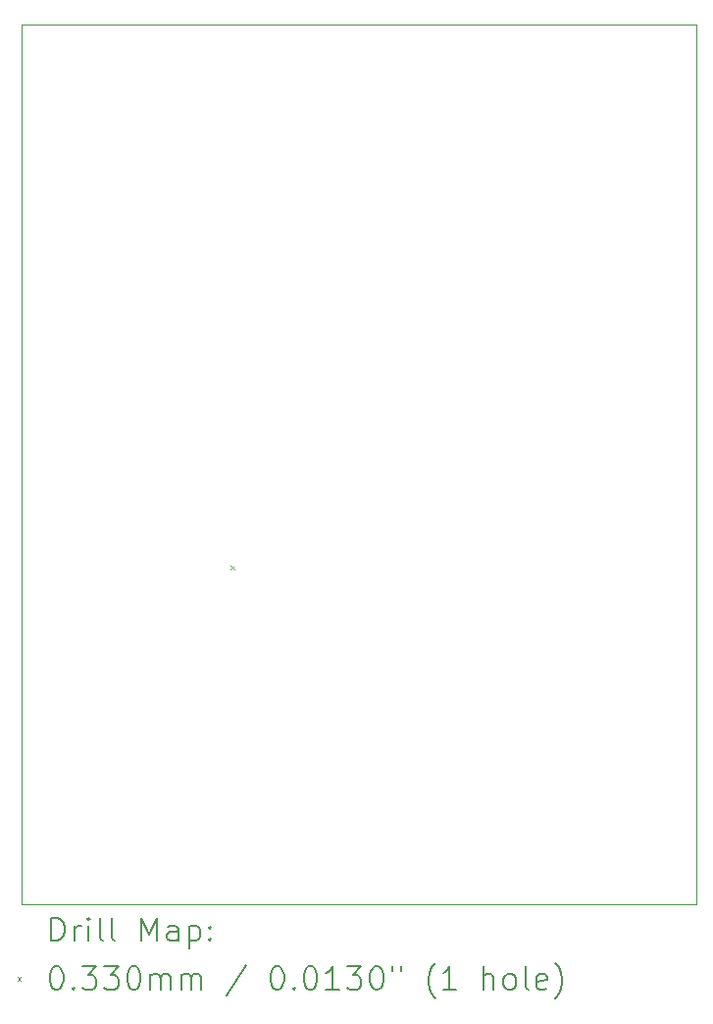
<source format=gbr>
%TF.GenerationSoftware,KiCad,Pcbnew,7.0.7*%
%TF.CreationDate,2024-02-09T14:24:37-05:00*%
%TF.ProjectId,control-module-pcb,636f6e74-726f-46c2-9d6d-6f64756c652d,rev?*%
%TF.SameCoordinates,Original*%
%TF.FileFunction,Drillmap*%
%TF.FilePolarity,Positive*%
%FSLAX45Y45*%
G04 Gerber Fmt 4.5, Leading zero omitted, Abs format (unit mm)*
G04 Created by KiCad (PCBNEW 7.0.7) date 2024-02-09 14:24:37*
%MOMM*%
%LPD*%
G01*
G04 APERTURE LIST*
%ADD10C,0.038100*%
%ADD11C,0.200000*%
%ADD12C,0.033020*%
G04 APERTURE END LIST*
D10*
X14200000Y-5600000D02*
X20025000Y-5600000D01*
X20025000Y-13190000D01*
X14200000Y-13190000D01*
X14200000Y-5600000D01*
D11*
D12*
X16008490Y-10269020D02*
X16041510Y-10302040D01*
X16041510Y-10269020D02*
X16008490Y-10302040D01*
D11*
X14458872Y-13503389D02*
X14458872Y-13303389D01*
X14458872Y-13303389D02*
X14506491Y-13303389D01*
X14506491Y-13303389D02*
X14535062Y-13312913D01*
X14535062Y-13312913D02*
X14554110Y-13331960D01*
X14554110Y-13331960D02*
X14563634Y-13351008D01*
X14563634Y-13351008D02*
X14573157Y-13389103D01*
X14573157Y-13389103D02*
X14573157Y-13417674D01*
X14573157Y-13417674D02*
X14563634Y-13455770D01*
X14563634Y-13455770D02*
X14554110Y-13474817D01*
X14554110Y-13474817D02*
X14535062Y-13493865D01*
X14535062Y-13493865D02*
X14506491Y-13503389D01*
X14506491Y-13503389D02*
X14458872Y-13503389D01*
X14658872Y-13503389D02*
X14658872Y-13370055D01*
X14658872Y-13408151D02*
X14668396Y-13389103D01*
X14668396Y-13389103D02*
X14677919Y-13379579D01*
X14677919Y-13379579D02*
X14696967Y-13370055D01*
X14696967Y-13370055D02*
X14716015Y-13370055D01*
X14782681Y-13503389D02*
X14782681Y-13370055D01*
X14782681Y-13303389D02*
X14773157Y-13312913D01*
X14773157Y-13312913D02*
X14782681Y-13322436D01*
X14782681Y-13322436D02*
X14792205Y-13312913D01*
X14792205Y-13312913D02*
X14782681Y-13303389D01*
X14782681Y-13303389D02*
X14782681Y-13322436D01*
X14906491Y-13503389D02*
X14887443Y-13493865D01*
X14887443Y-13493865D02*
X14877919Y-13474817D01*
X14877919Y-13474817D02*
X14877919Y-13303389D01*
X15011253Y-13503389D02*
X14992205Y-13493865D01*
X14992205Y-13493865D02*
X14982681Y-13474817D01*
X14982681Y-13474817D02*
X14982681Y-13303389D01*
X15239824Y-13503389D02*
X15239824Y-13303389D01*
X15239824Y-13303389D02*
X15306491Y-13446246D01*
X15306491Y-13446246D02*
X15373157Y-13303389D01*
X15373157Y-13303389D02*
X15373157Y-13503389D01*
X15554110Y-13503389D02*
X15554110Y-13398627D01*
X15554110Y-13398627D02*
X15544586Y-13379579D01*
X15544586Y-13379579D02*
X15525538Y-13370055D01*
X15525538Y-13370055D02*
X15487443Y-13370055D01*
X15487443Y-13370055D02*
X15468396Y-13379579D01*
X15554110Y-13493865D02*
X15535062Y-13503389D01*
X15535062Y-13503389D02*
X15487443Y-13503389D01*
X15487443Y-13503389D02*
X15468396Y-13493865D01*
X15468396Y-13493865D02*
X15458872Y-13474817D01*
X15458872Y-13474817D02*
X15458872Y-13455770D01*
X15458872Y-13455770D02*
X15468396Y-13436722D01*
X15468396Y-13436722D02*
X15487443Y-13427198D01*
X15487443Y-13427198D02*
X15535062Y-13427198D01*
X15535062Y-13427198D02*
X15554110Y-13417674D01*
X15649348Y-13370055D02*
X15649348Y-13570055D01*
X15649348Y-13379579D02*
X15668396Y-13370055D01*
X15668396Y-13370055D02*
X15706491Y-13370055D01*
X15706491Y-13370055D02*
X15725538Y-13379579D01*
X15725538Y-13379579D02*
X15735062Y-13389103D01*
X15735062Y-13389103D02*
X15744586Y-13408151D01*
X15744586Y-13408151D02*
X15744586Y-13465293D01*
X15744586Y-13465293D02*
X15735062Y-13484341D01*
X15735062Y-13484341D02*
X15725538Y-13493865D01*
X15725538Y-13493865D02*
X15706491Y-13503389D01*
X15706491Y-13503389D02*
X15668396Y-13503389D01*
X15668396Y-13503389D02*
X15649348Y-13493865D01*
X15830300Y-13484341D02*
X15839824Y-13493865D01*
X15839824Y-13493865D02*
X15830300Y-13503389D01*
X15830300Y-13503389D02*
X15820777Y-13493865D01*
X15820777Y-13493865D02*
X15830300Y-13484341D01*
X15830300Y-13484341D02*
X15830300Y-13503389D01*
X15830300Y-13379579D02*
X15839824Y-13389103D01*
X15839824Y-13389103D02*
X15830300Y-13398627D01*
X15830300Y-13398627D02*
X15820777Y-13389103D01*
X15820777Y-13389103D02*
X15830300Y-13379579D01*
X15830300Y-13379579D02*
X15830300Y-13398627D01*
D12*
X14165075Y-13815395D02*
X14198095Y-13848415D01*
X14198095Y-13815395D02*
X14165075Y-13848415D01*
D11*
X14496967Y-13723389D02*
X14516015Y-13723389D01*
X14516015Y-13723389D02*
X14535062Y-13732913D01*
X14535062Y-13732913D02*
X14544586Y-13742436D01*
X14544586Y-13742436D02*
X14554110Y-13761484D01*
X14554110Y-13761484D02*
X14563634Y-13799579D01*
X14563634Y-13799579D02*
X14563634Y-13847198D01*
X14563634Y-13847198D02*
X14554110Y-13885293D01*
X14554110Y-13885293D02*
X14544586Y-13904341D01*
X14544586Y-13904341D02*
X14535062Y-13913865D01*
X14535062Y-13913865D02*
X14516015Y-13923389D01*
X14516015Y-13923389D02*
X14496967Y-13923389D01*
X14496967Y-13923389D02*
X14477919Y-13913865D01*
X14477919Y-13913865D02*
X14468396Y-13904341D01*
X14468396Y-13904341D02*
X14458872Y-13885293D01*
X14458872Y-13885293D02*
X14449348Y-13847198D01*
X14449348Y-13847198D02*
X14449348Y-13799579D01*
X14449348Y-13799579D02*
X14458872Y-13761484D01*
X14458872Y-13761484D02*
X14468396Y-13742436D01*
X14468396Y-13742436D02*
X14477919Y-13732913D01*
X14477919Y-13732913D02*
X14496967Y-13723389D01*
X14649348Y-13904341D02*
X14658872Y-13913865D01*
X14658872Y-13913865D02*
X14649348Y-13923389D01*
X14649348Y-13923389D02*
X14639824Y-13913865D01*
X14639824Y-13913865D02*
X14649348Y-13904341D01*
X14649348Y-13904341D02*
X14649348Y-13923389D01*
X14725538Y-13723389D02*
X14849348Y-13723389D01*
X14849348Y-13723389D02*
X14782681Y-13799579D01*
X14782681Y-13799579D02*
X14811253Y-13799579D01*
X14811253Y-13799579D02*
X14830300Y-13809103D01*
X14830300Y-13809103D02*
X14839824Y-13818627D01*
X14839824Y-13818627D02*
X14849348Y-13837674D01*
X14849348Y-13837674D02*
X14849348Y-13885293D01*
X14849348Y-13885293D02*
X14839824Y-13904341D01*
X14839824Y-13904341D02*
X14830300Y-13913865D01*
X14830300Y-13913865D02*
X14811253Y-13923389D01*
X14811253Y-13923389D02*
X14754110Y-13923389D01*
X14754110Y-13923389D02*
X14735062Y-13913865D01*
X14735062Y-13913865D02*
X14725538Y-13904341D01*
X14916015Y-13723389D02*
X15039824Y-13723389D01*
X15039824Y-13723389D02*
X14973157Y-13799579D01*
X14973157Y-13799579D02*
X15001729Y-13799579D01*
X15001729Y-13799579D02*
X15020777Y-13809103D01*
X15020777Y-13809103D02*
X15030300Y-13818627D01*
X15030300Y-13818627D02*
X15039824Y-13837674D01*
X15039824Y-13837674D02*
X15039824Y-13885293D01*
X15039824Y-13885293D02*
X15030300Y-13904341D01*
X15030300Y-13904341D02*
X15020777Y-13913865D01*
X15020777Y-13913865D02*
X15001729Y-13923389D01*
X15001729Y-13923389D02*
X14944586Y-13923389D01*
X14944586Y-13923389D02*
X14925538Y-13913865D01*
X14925538Y-13913865D02*
X14916015Y-13904341D01*
X15163634Y-13723389D02*
X15182681Y-13723389D01*
X15182681Y-13723389D02*
X15201729Y-13732913D01*
X15201729Y-13732913D02*
X15211253Y-13742436D01*
X15211253Y-13742436D02*
X15220777Y-13761484D01*
X15220777Y-13761484D02*
X15230300Y-13799579D01*
X15230300Y-13799579D02*
X15230300Y-13847198D01*
X15230300Y-13847198D02*
X15220777Y-13885293D01*
X15220777Y-13885293D02*
X15211253Y-13904341D01*
X15211253Y-13904341D02*
X15201729Y-13913865D01*
X15201729Y-13913865D02*
X15182681Y-13923389D01*
X15182681Y-13923389D02*
X15163634Y-13923389D01*
X15163634Y-13923389D02*
X15144586Y-13913865D01*
X15144586Y-13913865D02*
X15135062Y-13904341D01*
X15135062Y-13904341D02*
X15125538Y-13885293D01*
X15125538Y-13885293D02*
X15116015Y-13847198D01*
X15116015Y-13847198D02*
X15116015Y-13799579D01*
X15116015Y-13799579D02*
X15125538Y-13761484D01*
X15125538Y-13761484D02*
X15135062Y-13742436D01*
X15135062Y-13742436D02*
X15144586Y-13732913D01*
X15144586Y-13732913D02*
X15163634Y-13723389D01*
X15316015Y-13923389D02*
X15316015Y-13790055D01*
X15316015Y-13809103D02*
X15325538Y-13799579D01*
X15325538Y-13799579D02*
X15344586Y-13790055D01*
X15344586Y-13790055D02*
X15373158Y-13790055D01*
X15373158Y-13790055D02*
X15392205Y-13799579D01*
X15392205Y-13799579D02*
X15401729Y-13818627D01*
X15401729Y-13818627D02*
X15401729Y-13923389D01*
X15401729Y-13818627D02*
X15411253Y-13799579D01*
X15411253Y-13799579D02*
X15430300Y-13790055D01*
X15430300Y-13790055D02*
X15458872Y-13790055D01*
X15458872Y-13790055D02*
X15477919Y-13799579D01*
X15477919Y-13799579D02*
X15487443Y-13818627D01*
X15487443Y-13818627D02*
X15487443Y-13923389D01*
X15582681Y-13923389D02*
X15582681Y-13790055D01*
X15582681Y-13809103D02*
X15592205Y-13799579D01*
X15592205Y-13799579D02*
X15611253Y-13790055D01*
X15611253Y-13790055D02*
X15639824Y-13790055D01*
X15639824Y-13790055D02*
X15658872Y-13799579D01*
X15658872Y-13799579D02*
X15668396Y-13818627D01*
X15668396Y-13818627D02*
X15668396Y-13923389D01*
X15668396Y-13818627D02*
X15677919Y-13799579D01*
X15677919Y-13799579D02*
X15696967Y-13790055D01*
X15696967Y-13790055D02*
X15725538Y-13790055D01*
X15725538Y-13790055D02*
X15744586Y-13799579D01*
X15744586Y-13799579D02*
X15754110Y-13818627D01*
X15754110Y-13818627D02*
X15754110Y-13923389D01*
X16144586Y-13713865D02*
X15973158Y-13971008D01*
X16401729Y-13723389D02*
X16420777Y-13723389D01*
X16420777Y-13723389D02*
X16439824Y-13732913D01*
X16439824Y-13732913D02*
X16449348Y-13742436D01*
X16449348Y-13742436D02*
X16458872Y-13761484D01*
X16458872Y-13761484D02*
X16468396Y-13799579D01*
X16468396Y-13799579D02*
X16468396Y-13847198D01*
X16468396Y-13847198D02*
X16458872Y-13885293D01*
X16458872Y-13885293D02*
X16449348Y-13904341D01*
X16449348Y-13904341D02*
X16439824Y-13913865D01*
X16439824Y-13913865D02*
X16420777Y-13923389D01*
X16420777Y-13923389D02*
X16401729Y-13923389D01*
X16401729Y-13923389D02*
X16382681Y-13913865D01*
X16382681Y-13913865D02*
X16373158Y-13904341D01*
X16373158Y-13904341D02*
X16363634Y-13885293D01*
X16363634Y-13885293D02*
X16354110Y-13847198D01*
X16354110Y-13847198D02*
X16354110Y-13799579D01*
X16354110Y-13799579D02*
X16363634Y-13761484D01*
X16363634Y-13761484D02*
X16373158Y-13742436D01*
X16373158Y-13742436D02*
X16382681Y-13732913D01*
X16382681Y-13732913D02*
X16401729Y-13723389D01*
X16554110Y-13904341D02*
X16563634Y-13913865D01*
X16563634Y-13913865D02*
X16554110Y-13923389D01*
X16554110Y-13923389D02*
X16544586Y-13913865D01*
X16544586Y-13913865D02*
X16554110Y-13904341D01*
X16554110Y-13904341D02*
X16554110Y-13923389D01*
X16687443Y-13723389D02*
X16706491Y-13723389D01*
X16706491Y-13723389D02*
X16725539Y-13732913D01*
X16725539Y-13732913D02*
X16735062Y-13742436D01*
X16735062Y-13742436D02*
X16744586Y-13761484D01*
X16744586Y-13761484D02*
X16754110Y-13799579D01*
X16754110Y-13799579D02*
X16754110Y-13847198D01*
X16754110Y-13847198D02*
X16744586Y-13885293D01*
X16744586Y-13885293D02*
X16735062Y-13904341D01*
X16735062Y-13904341D02*
X16725539Y-13913865D01*
X16725539Y-13913865D02*
X16706491Y-13923389D01*
X16706491Y-13923389D02*
X16687443Y-13923389D01*
X16687443Y-13923389D02*
X16668396Y-13913865D01*
X16668396Y-13913865D02*
X16658872Y-13904341D01*
X16658872Y-13904341D02*
X16649348Y-13885293D01*
X16649348Y-13885293D02*
X16639824Y-13847198D01*
X16639824Y-13847198D02*
X16639824Y-13799579D01*
X16639824Y-13799579D02*
X16649348Y-13761484D01*
X16649348Y-13761484D02*
X16658872Y-13742436D01*
X16658872Y-13742436D02*
X16668396Y-13732913D01*
X16668396Y-13732913D02*
X16687443Y-13723389D01*
X16944586Y-13923389D02*
X16830301Y-13923389D01*
X16887443Y-13923389D02*
X16887443Y-13723389D01*
X16887443Y-13723389D02*
X16868396Y-13751960D01*
X16868396Y-13751960D02*
X16849348Y-13771008D01*
X16849348Y-13771008D02*
X16830301Y-13780532D01*
X17011253Y-13723389D02*
X17135063Y-13723389D01*
X17135063Y-13723389D02*
X17068396Y-13799579D01*
X17068396Y-13799579D02*
X17096967Y-13799579D01*
X17096967Y-13799579D02*
X17116015Y-13809103D01*
X17116015Y-13809103D02*
X17125539Y-13818627D01*
X17125539Y-13818627D02*
X17135063Y-13837674D01*
X17135063Y-13837674D02*
X17135063Y-13885293D01*
X17135063Y-13885293D02*
X17125539Y-13904341D01*
X17125539Y-13904341D02*
X17116015Y-13913865D01*
X17116015Y-13913865D02*
X17096967Y-13923389D01*
X17096967Y-13923389D02*
X17039824Y-13923389D01*
X17039824Y-13923389D02*
X17020777Y-13913865D01*
X17020777Y-13913865D02*
X17011253Y-13904341D01*
X17258872Y-13723389D02*
X17277920Y-13723389D01*
X17277920Y-13723389D02*
X17296967Y-13732913D01*
X17296967Y-13732913D02*
X17306491Y-13742436D01*
X17306491Y-13742436D02*
X17316015Y-13761484D01*
X17316015Y-13761484D02*
X17325539Y-13799579D01*
X17325539Y-13799579D02*
X17325539Y-13847198D01*
X17325539Y-13847198D02*
X17316015Y-13885293D01*
X17316015Y-13885293D02*
X17306491Y-13904341D01*
X17306491Y-13904341D02*
X17296967Y-13913865D01*
X17296967Y-13913865D02*
X17277920Y-13923389D01*
X17277920Y-13923389D02*
X17258872Y-13923389D01*
X17258872Y-13923389D02*
X17239824Y-13913865D01*
X17239824Y-13913865D02*
X17230301Y-13904341D01*
X17230301Y-13904341D02*
X17220777Y-13885293D01*
X17220777Y-13885293D02*
X17211253Y-13847198D01*
X17211253Y-13847198D02*
X17211253Y-13799579D01*
X17211253Y-13799579D02*
X17220777Y-13761484D01*
X17220777Y-13761484D02*
X17230301Y-13742436D01*
X17230301Y-13742436D02*
X17239824Y-13732913D01*
X17239824Y-13732913D02*
X17258872Y-13723389D01*
X17401729Y-13723389D02*
X17401729Y-13761484D01*
X17477920Y-13723389D02*
X17477920Y-13761484D01*
X17773158Y-13999579D02*
X17763634Y-13990055D01*
X17763634Y-13990055D02*
X17744586Y-13961484D01*
X17744586Y-13961484D02*
X17735063Y-13942436D01*
X17735063Y-13942436D02*
X17725539Y-13913865D01*
X17725539Y-13913865D02*
X17716015Y-13866246D01*
X17716015Y-13866246D02*
X17716015Y-13828151D01*
X17716015Y-13828151D02*
X17725539Y-13780532D01*
X17725539Y-13780532D02*
X17735063Y-13751960D01*
X17735063Y-13751960D02*
X17744586Y-13732913D01*
X17744586Y-13732913D02*
X17763634Y-13704341D01*
X17763634Y-13704341D02*
X17773158Y-13694817D01*
X17954110Y-13923389D02*
X17839825Y-13923389D01*
X17896967Y-13923389D02*
X17896967Y-13723389D01*
X17896967Y-13723389D02*
X17877920Y-13751960D01*
X17877920Y-13751960D02*
X17858872Y-13771008D01*
X17858872Y-13771008D02*
X17839825Y-13780532D01*
X18192206Y-13923389D02*
X18192206Y-13723389D01*
X18277920Y-13923389D02*
X18277920Y-13818627D01*
X18277920Y-13818627D02*
X18268396Y-13799579D01*
X18268396Y-13799579D02*
X18249348Y-13790055D01*
X18249348Y-13790055D02*
X18220777Y-13790055D01*
X18220777Y-13790055D02*
X18201729Y-13799579D01*
X18201729Y-13799579D02*
X18192206Y-13809103D01*
X18401729Y-13923389D02*
X18382682Y-13913865D01*
X18382682Y-13913865D02*
X18373158Y-13904341D01*
X18373158Y-13904341D02*
X18363634Y-13885293D01*
X18363634Y-13885293D02*
X18363634Y-13828151D01*
X18363634Y-13828151D02*
X18373158Y-13809103D01*
X18373158Y-13809103D02*
X18382682Y-13799579D01*
X18382682Y-13799579D02*
X18401729Y-13790055D01*
X18401729Y-13790055D02*
X18430301Y-13790055D01*
X18430301Y-13790055D02*
X18449348Y-13799579D01*
X18449348Y-13799579D02*
X18458872Y-13809103D01*
X18458872Y-13809103D02*
X18468396Y-13828151D01*
X18468396Y-13828151D02*
X18468396Y-13885293D01*
X18468396Y-13885293D02*
X18458872Y-13904341D01*
X18458872Y-13904341D02*
X18449348Y-13913865D01*
X18449348Y-13913865D02*
X18430301Y-13923389D01*
X18430301Y-13923389D02*
X18401729Y-13923389D01*
X18582682Y-13923389D02*
X18563634Y-13913865D01*
X18563634Y-13913865D02*
X18554110Y-13894817D01*
X18554110Y-13894817D02*
X18554110Y-13723389D01*
X18735063Y-13913865D02*
X18716015Y-13923389D01*
X18716015Y-13923389D02*
X18677920Y-13923389D01*
X18677920Y-13923389D02*
X18658872Y-13913865D01*
X18658872Y-13913865D02*
X18649348Y-13894817D01*
X18649348Y-13894817D02*
X18649348Y-13818627D01*
X18649348Y-13818627D02*
X18658872Y-13799579D01*
X18658872Y-13799579D02*
X18677920Y-13790055D01*
X18677920Y-13790055D02*
X18716015Y-13790055D01*
X18716015Y-13790055D02*
X18735063Y-13799579D01*
X18735063Y-13799579D02*
X18744587Y-13818627D01*
X18744587Y-13818627D02*
X18744587Y-13837674D01*
X18744587Y-13837674D02*
X18649348Y-13856722D01*
X18811253Y-13999579D02*
X18820777Y-13990055D01*
X18820777Y-13990055D02*
X18839825Y-13961484D01*
X18839825Y-13961484D02*
X18849348Y-13942436D01*
X18849348Y-13942436D02*
X18858872Y-13913865D01*
X18858872Y-13913865D02*
X18868396Y-13866246D01*
X18868396Y-13866246D02*
X18868396Y-13828151D01*
X18868396Y-13828151D02*
X18858872Y-13780532D01*
X18858872Y-13780532D02*
X18849348Y-13751960D01*
X18849348Y-13751960D02*
X18839825Y-13732913D01*
X18839825Y-13732913D02*
X18820777Y-13704341D01*
X18820777Y-13704341D02*
X18811253Y-13694817D01*
M02*

</source>
